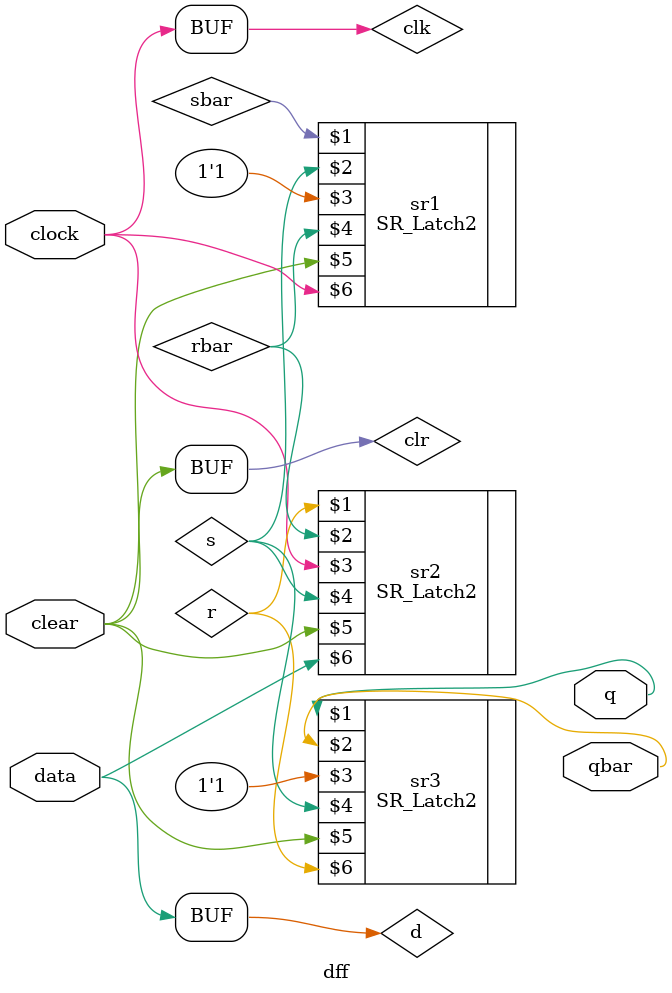
<source format=v>
/**************************************************************************************************
***												***
*** EE 526 L Experiment #4					Jaymish patel, Spring, 2021	***
***												***
*** Experiment #4  model an 8-bit register  							***
***												***
***************************************************************************************************
***  Filename: dff.v				     	      Created by Jaymish patel, 2/18/21 ***
***    --- revision history, if any, goes here ---						***
***************************************************************************************************
*** This module models the D ff using SR latch previously modeled        			***
***												***
**************************************************************************************************/
`timescale 100ps/100ps 

`include "sr.v"

//defination of constant
`define PRIMARY_OUT	20
`define FAN_OUT_1	5
`define FAN_OUT_2	8
`define FAN_OUT_3	10
`define TIME_DELAY_1	30
`define TIME_DELAY_2	40
`define TIME_DELAY_3	50

module dff(q, qbar, clock, data, clear);
//q,qbar - output signal
//clock, data, clear - input signals

	//declaring the inputs output and wires used
	output q, qbar;
	input clock, data, clear;
	wire cbar,clr,clkbar,clk,dbar,d,sbar,s,r,rbar;


	//model of the circuit
	not #(`TIME_DELAY_1 + `FAN_OUT_1) clr1(cbar,clear);
	not #(`TIME_DELAY_1 + `FAN_OUT_3) clr2(clr,cbar);

	not #(`TIME_DELAY_1 + `FAN_OUT_1) clk1(clkbar,clock);
	not #(`TIME_DELAY_1 + `FAN_OUT_2) clk2(clk,clkbar);

	not #(`TIME_DELAY_1 + `FAN_OUT_1) data1(dbar,data);
	not #(`TIME_DELAY_1 + `FAN_OUT_1) data2(d,dbar);

	SR_Latch2 #(.delay_nand1(`TIME_DELAY_2 + `FAN_OUT_1), .delay_nand2(`TIME_DELAY_3 + `FAN_OUT_3)) sr1(sbar,s,1'b1,rbar,clr,clk);
	SR_Latch2 #(.delay_nand1(`TIME_DELAY_3 + `FAN_OUT_2), .delay_nand2(`TIME_DELAY_3 + `FAN_OUT_2)) sr2(r,rbar,clk,s,clr,d);

	SR_Latch2 #(.delay_nand1(`TIME_DELAY_2 + `FAN_OUT_2), .delay_nand2(`TIME_DELAY_3 + `FAN_OUT_2)) sr3(q,qbar,1'b1,s,clr,r);


endmodule

</source>
